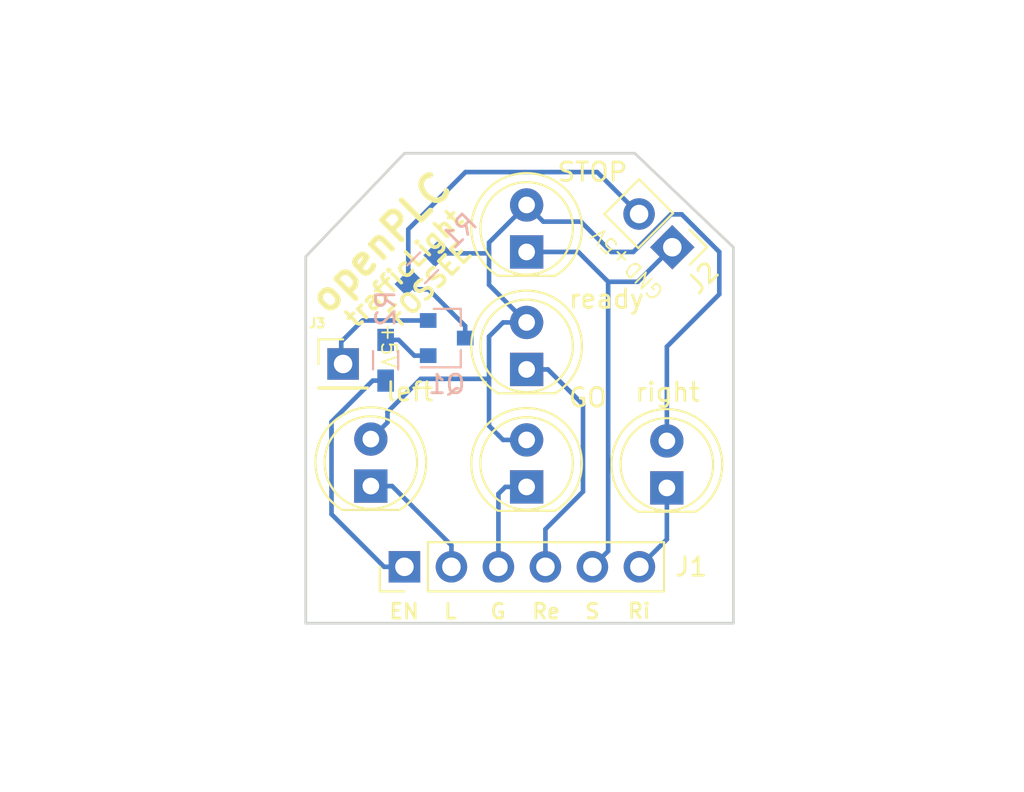
<source format=kicad_pcb>
(kicad_pcb (version 20171130) (host pcbnew 5.0.1)

  (general
    (thickness 1.6)
    (drawings 22)
    (tracks 73)
    (zones 0)
    (modules 11)
    (nets 11)
  )

  (page A4)
  (layers
    (0 F.Cu signal)
    (31 B.Cu signal)
    (32 B.Adhes user)
    (33 F.Adhes user)
    (34 B.Paste user)
    (35 F.Paste user)
    (36 B.SilkS user)
    (37 F.SilkS user)
    (38 B.Mask user)
    (39 F.Mask user)
    (40 Dwgs.User user)
    (41 Cmts.User user)
    (42 Eco1.User user)
    (43 Eco2.User user)
    (44 Edge.Cuts user)
    (45 Margin user)
    (46 B.CrtYd user hide)
    (47 F.CrtYd user hide)
    (48 B.Fab user hide)
    (49 F.Fab user hide)
  )

  (setup
    (last_trace_width 0.25)
    (trace_clearance 0.2)
    (zone_clearance 0.508)
    (zone_45_only no)
    (trace_min 0.2)
    (segment_width 0.2)
    (edge_width 0.15)
    (via_size 0.8)
    (via_drill 0.4)
    (via_min_size 0.4)
    (via_min_drill 0.3)
    (uvia_size 0.3)
    (uvia_drill 0.1)
    (uvias_allowed no)
    (uvia_min_size 0.2)
    (uvia_min_drill 0.1)
    (pcb_text_width 0.3)
    (pcb_text_size 1.5 1.5)
    (mod_edge_width 0.15)
    (mod_text_size 1 1)
    (mod_text_width 0.15)
    (pad_size 1.524 1.524)
    (pad_drill 0.762)
    (pad_to_mask_clearance 0.051)
    (solder_mask_min_width 0.25)
    (aux_axis_origin 0 0)
    (visible_elements FFFFFF7F)
    (pcbplotparams
      (layerselection 0x010fc_ffffffff)
      (usegerberextensions false)
      (usegerberattributes false)
      (usegerberadvancedattributes false)
      (creategerberjobfile false)
      (excludeedgelayer true)
      (linewidth 0.100000)
      (plotframeref false)
      (viasonmask false)
      (mode 1)
      (useauxorigin false)
      (hpglpennumber 1)
      (hpglpenspeed 20)
      (hpglpendiameter 15.000000)
      (psnegative false)
      (psa4output false)
      (plotreference true)
      (plotvalue true)
      (plotinvisibletext false)
      (padsonsilk false)
      (subtractmaskfromsilk false)
      (outputformat 1)
      (mirror false)
      (drillshape 0)
      (scaleselection 1)
      (outputdirectory "gerber/"))
  )

  (net 0 "")
  (net 1 "Net-(D1-Pad2)")
  (net 2 "Net-(D1-Pad1)")
  (net 3 "Net-(D2-Pad1)")
  (net 4 "Net-(D3-Pad1)")
  (net 5 "Net-(D4-Pad1)")
  (net 6 "Net-(D5-Pad1)")
  (net 7 +5C)
  (net 8 "Net-(J2-Pad2)")
  (net 9 "Net-(J1-Pad1)")
  (net 10 "Net-(Q1-Pad1)")

  (net_class Default "This is the default net class."
    (clearance 0.2)
    (trace_width 0.25)
    (via_dia 0.8)
    (via_drill 0.4)
    (uvia_dia 0.3)
    (uvia_drill 0.1)
    (add_net +5C)
    (add_net "Net-(D1-Pad1)")
    (add_net "Net-(D1-Pad2)")
    (add_net "Net-(D2-Pad1)")
    (add_net "Net-(D3-Pad1)")
    (add_net "Net-(D4-Pad1)")
    (add_net "Net-(D5-Pad1)")
    (add_net "Net-(J1-Pad1)")
    (add_net "Net-(J2-Pad2)")
    (add_net "Net-(Q1-Pad1)")
  )

  (module Resistors_SMD:R_0603_HandSoldering (layer B.Cu) (tedit 58E0A804) (tstamp 5C471230)
    (at 139.7 94.5 270)
    (descr "Resistor SMD 0603, hand soldering")
    (tags "resistor 0603")
    (path /5C48B1E4)
    (attr smd)
    (fp_text reference R2 (at -2.8 0 270) (layer B.SilkS)
      (effects (font (size 1 1) (thickness 0.15)) (justify mirror))
    )
    (fp_text value R (at 0 -1.55 270) (layer B.Fab)
      (effects (font (size 1 1) (thickness 0.15)) (justify mirror))
    )
    (fp_line (start 1.95 -0.7) (end -1.96 -0.7) (layer B.CrtYd) (width 0.05))
    (fp_line (start 1.95 -0.7) (end 1.95 0.7) (layer B.CrtYd) (width 0.05))
    (fp_line (start -1.96 0.7) (end -1.96 -0.7) (layer B.CrtYd) (width 0.05))
    (fp_line (start -1.96 0.7) (end 1.95 0.7) (layer B.CrtYd) (width 0.05))
    (fp_line (start -0.5 0.68) (end 0.5 0.68) (layer B.SilkS) (width 0.12))
    (fp_line (start 0.5 -0.68) (end -0.5 -0.68) (layer B.SilkS) (width 0.12))
    (fp_line (start -0.8 0.4) (end 0.8 0.4) (layer B.Fab) (width 0.1))
    (fp_line (start 0.8 0.4) (end 0.8 -0.4) (layer B.Fab) (width 0.1))
    (fp_line (start 0.8 -0.4) (end -0.8 -0.4) (layer B.Fab) (width 0.1))
    (fp_line (start -0.8 -0.4) (end -0.8 0.4) (layer B.Fab) (width 0.1))
    (fp_text user %R (at 0 0 270) (layer B.Fab)
      (effects (font (size 0.4 0.4) (thickness 0.075)) (justify mirror))
    )
    (pad 2 smd rect (at 1.1 0 270) (size 1.2 0.9) (layers B.Cu B.Paste B.Mask)
      (net 9 "Net-(J1-Pad1)"))
    (pad 1 smd rect (at -1.1 0 270) (size 1.2 0.9) (layers B.Cu B.Paste B.Mask)
      (net 10 "Net-(Q1-Pad1)"))
    (model ${KISYS3DMOD}/Resistors_SMD.3dshapes/R_0603.wrl
      (at (xyz 0 0 0))
      (scale (xyz 1 1 1))
      (rotate (xyz 0 0 0))
    )
  )

  (module Socket_Strips:Socket_Strip_Straight_1x01_Pitch2.54mm (layer F.Cu) (tedit 5C46F693) (tstamp 5C46FFB9)
    (at 137.4 94.7)
    (descr "Through hole straight socket strip, 1x01, 2.54mm pitch, single row")
    (tags "Through hole socket strip THT 1x01 2.54mm single row")
    (path /5C485FD5)
    (fp_text reference J3 (at -1.4 -2.2) (layer F.SilkS)
      (effects (font (size 0.5 0.5) (thickness 0.125)))
    )
    (fp_text value Conn_01x01_Male (at 0 2.33) (layer F.Fab)
      (effects (font (size 1 1) (thickness 0.15)))
    )
    (fp_text user %R (at 0 -2.33) (layer F.Fab)
      (effects (font (size 1 1) (thickness 0.15)))
    )
    (fp_line (start 1.8 -1.8) (end -1.8 -1.8) (layer F.CrtYd) (width 0.05))
    (fp_line (start 1.8 1.8) (end 1.8 -1.8) (layer F.CrtYd) (width 0.05))
    (fp_line (start -1.8 1.8) (end 1.8 1.8) (layer F.CrtYd) (width 0.05))
    (fp_line (start -1.8 -1.8) (end -1.8 1.8) (layer F.CrtYd) (width 0.05))
    (fp_line (start -1.33 -1.33) (end 0 -1.33) (layer F.SilkS) (width 0.12))
    (fp_line (start -1.33 0) (end -1.33 -1.33) (layer F.SilkS) (width 0.12))
    (fp_line (start 1.33 1.27) (end -1.33 1.27) (layer F.SilkS) (width 0.12))
    (fp_line (start 1.33 1.33) (end 1.33 1.27) (layer F.SilkS) (width 0.12))
    (fp_line (start -1.33 1.33) (end 1.33 1.33) (layer F.SilkS) (width 0.12))
    (fp_line (start -1.33 1.27) (end -1.33 1.33) (layer F.SilkS) (width 0.12))
    (fp_line (start 1.27 -1.27) (end -1.27 -1.27) (layer F.Fab) (width 0.1))
    (fp_line (start 1.27 1.27) (end 1.27 -1.27) (layer F.Fab) (width 0.1))
    (fp_line (start -1.27 1.27) (end 1.27 1.27) (layer F.Fab) (width 0.1))
    (fp_line (start -1.27 -1.27) (end -1.27 1.27) (layer F.Fab) (width 0.1))
    (pad 1 thru_hole rect (at 0 0) (size 1.7 1.7) (drill 1) (layers *.Cu *.Mask)
      (net 7 +5C))
    (model ${KISYS3DMOD}/Socket_Strips.3dshapes/Socket_Strip_Straight_1x01_Pitch2.54mm.wrl
      (at (xyz 0 0 0))
      (scale (xyz 1 1 1))
      (rotate (xyz 0 0 270))
    )
  )

  (module TO_SOT_Packages_SMD:SOT-23 (layer B.Cu) (tedit 5C46EEE3) (tstamp 5C46FA52)
    (at 143 93.3)
    (descr "SOT-23, Standard")
    (tags SOT-23)
    (path /5C485559)
    (attr smd)
    (fp_text reference Q1 (at 0 2.5) (layer B.SilkS)
      (effects (font (size 1 1) (thickness 0.15)) (justify mirror))
    )
    (fp_text value MMBT3906 (at 0 -2.5) (layer B.Fab)
      (effects (font (size 1 1) (thickness 0.15)) (justify mirror))
    )
    (fp_line (start 0.76 -1.58) (end -0.7 -1.58) (layer B.SilkS) (width 0.12))
    (fp_line (start 0.76 1.58) (end -1.4 1.58) (layer B.SilkS) (width 0.12))
    (fp_line (start -1.7 -1.75) (end -1.7 1.75) (layer B.CrtYd) (width 0.05))
    (fp_line (start 1.7 -1.75) (end -1.7 -1.75) (layer B.CrtYd) (width 0.05))
    (fp_line (start 1.7 1.75) (end 1.7 -1.75) (layer B.CrtYd) (width 0.05))
    (fp_line (start -1.7 1.75) (end 1.7 1.75) (layer B.CrtYd) (width 0.05))
    (fp_line (start 0.76 1.58) (end 0.76 0.65) (layer B.SilkS) (width 0.12))
    (fp_line (start 0.76 -1.58) (end 0.76 -0.65) (layer B.SilkS) (width 0.12))
    (fp_line (start -0.7 -1.52) (end 0.7 -1.52) (layer B.Fab) (width 0.1))
    (fp_line (start 0.7 1.52) (end 0.7 -1.52) (layer B.Fab) (width 0.1))
    (fp_line (start -0.7 0.95) (end -0.15 1.52) (layer B.Fab) (width 0.1))
    (fp_line (start -0.15 1.52) (end 0.7 1.52) (layer B.Fab) (width 0.1))
    (fp_line (start -0.7 0.95) (end -0.7 -1.5) (layer B.Fab) (width 0.1))
    (fp_text user %R (at 0 0 -90) (layer B.Fab)
      (effects (font (size 0.5 0.5) (thickness 0.075)) (justify mirror))
    )
    (pad 3 smd rect (at 1 0) (size 0.9 0.8) (layers B.Cu B.Paste B.Mask)
      (net 8 "Net-(J2-Pad2)"))
    (pad 2 smd rect (at -1 -0.95) (size 0.9 0.8) (layers B.Cu B.Paste B.Mask)
      (net 7 +5C))
    (pad 1 smd rect (at -1 0.95) (size 0.9 0.8) (layers B.Cu B.Paste B.Mask)
      (net 10 "Net-(Q1-Pad1)"))
    (model ${KISYS3DMOD}/TO_SOT_Packages_SMD.3dshapes/SOT-23.wrl
      (at (xyz 0 0 0))
      (scale (xyz 1 1 1))
      (rotate (xyz 0 0 0))
    )
  )

  (module Socket_Strips:Socket_Strip_Straight_1x02_Pitch2.54mm (layer F.Cu) (tedit 58CD5446) (tstamp 5C3D0902)
    (at 155.194 88.392 225)
    (descr "Through hole straight socket strip, 1x02, 2.54mm pitch, single row")
    (tags "Through hole socket strip THT 1x02 2.54mm single row")
    (path /5C3CB942)
    (fp_text reference J2 (at 0 -2.33 225) (layer F.SilkS)
      (effects (font (size 1 1) (thickness 0.15)))
    )
    (fp_text value Conn_01x02_Male (at 0 4.87 225) (layer F.Fab)
      (effects (font (size 1 1) (thickness 0.15)))
    )
    (fp_text user %R (at 0 -2.33 225) (layer F.Fab)
      (effects (font (size 1 1) (thickness 0.15)))
    )
    (fp_line (start 1.8 -1.8) (end -1.8 -1.8) (layer F.CrtYd) (width 0.05))
    (fp_line (start 1.8 4.35) (end 1.8 -1.8) (layer F.CrtYd) (width 0.05))
    (fp_line (start -1.8 4.35) (end 1.8 4.35) (layer F.CrtYd) (width 0.05))
    (fp_line (start -1.8 -1.8) (end -1.8 4.35) (layer F.CrtYd) (width 0.05))
    (fp_line (start -1.33 -1.33) (end 0 -1.33) (layer F.SilkS) (width 0.12))
    (fp_line (start -1.33 0) (end -1.33 -1.33) (layer F.SilkS) (width 0.12))
    (fp_line (start 1.33 1.27) (end -1.33 1.27) (layer F.SilkS) (width 0.12))
    (fp_line (start 1.33 3.87) (end 1.33 1.27) (layer F.SilkS) (width 0.12))
    (fp_line (start -1.33 3.87) (end 1.33 3.87) (layer F.SilkS) (width 0.12))
    (fp_line (start -1.33 1.27) (end -1.33 3.87) (layer F.SilkS) (width 0.12))
    (fp_line (start 1.27 -1.27) (end -1.27 -1.27) (layer F.Fab) (width 0.1))
    (fp_line (start 1.27 3.81) (end 1.27 -1.27) (layer F.Fab) (width 0.1))
    (fp_line (start -1.27 3.81) (end 1.27 3.81) (layer F.Fab) (width 0.1))
    (fp_line (start -1.27 -1.27) (end -1.27 3.81) (layer F.Fab) (width 0.1))
    (pad 2 thru_hole oval (at 0 2.54 225) (size 1.7 1.7) (drill 1) (layers *.Cu *.Mask)
      (net 8 "Net-(J2-Pad2)"))
    (pad 1 thru_hole rect (at 0 0 225) (size 1.7 1.7) (drill 1) (layers *.Cu *.Mask)
      (net 6 "Net-(D5-Pad1)"))
    (model ${KISYS3DMOD}/Socket_Strips.3dshapes/Socket_Strip_Straight_1x02_Pitch2.54mm.wrl
      (offset (xyz 0 -1.269999980926514 0))
      (scale (xyz 1 1 1))
      (rotate (xyz 0 0 270))
    )
  )

  (module LEDs:LED_D5.0mm (layer F.Cu) (tedit 5C3C664C) (tstamp 5C3D104C)
    (at 147.32 88.646 90)
    (descr "LED, diameter 5.0mm, 2 pins, http://cdn-reichelt.de/documents/datenblatt/A500/LL-504BC2E-009.pdf")
    (tags "LED diameter 5.0mm 2 pins")
    (path /5C2C2A10)
    (fp_text reference D5 (at 3.671 4.255 180) (layer F.Fab)
      (effects (font (size 1 1) (thickness 0.15)))
    )
    (fp_text value STOP (at 4.318 3.556 180) (layer F.SilkS)
      (effects (font (size 1 1) (thickness 0.15)))
    )
    (fp_text user %R (at 1.25 0 90) (layer F.Fab)
      (effects (font (size 0.8 0.8) (thickness 0.2)))
    )
    (fp_line (start 4.5 -3.25) (end -1.95 -3.25) (layer F.CrtYd) (width 0.05))
    (fp_line (start 4.5 3.25) (end 4.5 -3.25) (layer F.CrtYd) (width 0.05))
    (fp_line (start -1.95 3.25) (end 4.5 3.25) (layer F.CrtYd) (width 0.05))
    (fp_line (start -1.95 -3.25) (end -1.95 3.25) (layer F.CrtYd) (width 0.05))
    (fp_line (start -1.29 -1.545) (end -1.29 1.545) (layer F.SilkS) (width 0.12))
    (fp_line (start -1.23 -1.469694) (end -1.23 1.469694) (layer F.Fab) (width 0.1))
    (fp_circle (center 1.27 0) (end 3.77 0) (layer F.SilkS) (width 0.12))
    (fp_circle (center 1.27 0) (end 3.77 0) (layer F.Fab) (width 0.1))
    (fp_arc (start 1.27 0) (end -1.29 1.54483) (angle -148.9) (layer F.SilkS) (width 0.12))
    (fp_arc (start 1.27 0) (end -1.29 -1.54483) (angle 148.9) (layer F.SilkS) (width 0.12))
    (fp_arc (start 1.27 0) (end -1.23 -1.469694) (angle 299.1) (layer F.Fab) (width 0.1))
    (pad 2 thru_hole circle (at 2.54 0 90) (size 1.8 1.8) (drill 0.9) (layers *.Cu *.Mask)
      (net 1 "Net-(D1-Pad2)"))
    (pad 1 thru_hole rect (at 0 0 90) (size 1.8 1.8) (drill 0.9) (layers *.Cu *.Mask)
      (net 6 "Net-(D5-Pad1)"))
    (model ${KISYS3DMOD}/LEDs.3dshapes/LED_D5.0mm.wrl
      (at (xyz 0 0 0))
      (scale (xyz 0.393701 0.393701 0.393701))
      (rotate (xyz 0 0 0))
    )
  )

  (module LEDs:LED_D5.0mm (layer F.Cu) (tedit 5C3C6640) (tstamp 5C32ED25)
    (at 147.32 94.996 90)
    (descr "LED, diameter 5.0mm, 2 pins, http://cdn-reichelt.de/documents/datenblatt/A500/LL-504BC2E-009.pdf")
    (tags "LED diameter 5.0mm 2 pins")
    (path /5C2C2A6F)
    (fp_text reference D4 (at 2.471 -4.22 180) (layer F.Fab)
      (effects (font (size 1 1) (thickness 0.15)))
    )
    (fp_text value ready (at 3.81 4.318 180) (layer F.SilkS)
      (effects (font (size 1 1) (thickness 0.15)))
    )
    (fp_arc (start 1.27 0) (end -1.23 -1.469694) (angle 299.1) (layer F.Fab) (width 0.1))
    (fp_arc (start 1.27 0) (end -1.29 -1.54483) (angle 148.9) (layer F.SilkS) (width 0.12))
    (fp_arc (start 1.27 0) (end -1.29 1.54483) (angle -148.9) (layer F.SilkS) (width 0.12))
    (fp_circle (center 1.27 0) (end 3.77 0) (layer F.Fab) (width 0.1))
    (fp_circle (center 1.27 0) (end 3.77 0) (layer F.SilkS) (width 0.12))
    (fp_line (start -1.23 -1.469694) (end -1.23 1.469694) (layer F.Fab) (width 0.1))
    (fp_line (start -1.29 -1.545) (end -1.29 1.545) (layer F.SilkS) (width 0.12))
    (fp_line (start -1.95 -3.25) (end -1.95 3.25) (layer F.CrtYd) (width 0.05))
    (fp_line (start -1.95 3.25) (end 4.5 3.25) (layer F.CrtYd) (width 0.05))
    (fp_line (start 4.5 3.25) (end 4.5 -3.25) (layer F.CrtYd) (width 0.05))
    (fp_line (start 4.5 -3.25) (end -1.95 -3.25) (layer F.CrtYd) (width 0.05))
    (fp_text user %R (at 1.25 0 90) (layer F.Fab)
      (effects (font (size 0.8 0.8) (thickness 0.2)))
    )
    (pad 1 thru_hole rect (at 0 0 90) (size 1.8 1.8) (drill 0.9) (layers *.Cu *.Mask)
      (net 5 "Net-(D4-Pad1)"))
    (pad 2 thru_hole circle (at 2.54 0 90) (size 1.8 1.8) (drill 0.9) (layers *.Cu *.Mask)
      (net 1 "Net-(D1-Pad2)"))
    (model ${KISYS3DMOD}/LEDs.3dshapes/LED_D5.0mm.wrl
      (at (xyz 0 0 0))
      (scale (xyz 0.393701 0.393701 0.393701))
      (rotate (xyz 0 0 0))
    )
  )

  (module LEDs:LED_D5.0mm (layer F.Cu) (tedit 5C3C6634) (tstamp 5C32EF6F)
    (at 154.9 101.4 90)
    (descr "LED, diameter 5.0mm, 2 pins, http://cdn-reichelt.de/documents/datenblatt/A500/LL-504BC2E-009.pdf")
    (tags "LED diameter 5.0mm 2 pins")
    (path /5C2C2AD6)
    (fp_text reference D3 (at 5.175 -2.075 180) (layer F.Fab)
      (effects (font (size 1 1) (thickness 0.15)))
    )
    (fp_text value right (at 5.175 0.04 180) (layer F.SilkS)
      (effects (font (size 1 1) (thickness 0.15)))
    )
    (fp_text user %R (at 1.25 0 90) (layer F.Fab)
      (effects (font (size 0.8 0.8) (thickness 0.2)))
    )
    (fp_line (start 4.5 -3.25) (end -1.95 -3.25) (layer F.CrtYd) (width 0.05))
    (fp_line (start 4.5 3.25) (end 4.5 -3.25) (layer F.CrtYd) (width 0.05))
    (fp_line (start -1.95 3.25) (end 4.5 3.25) (layer F.CrtYd) (width 0.05))
    (fp_line (start -1.95 -3.25) (end -1.95 3.25) (layer F.CrtYd) (width 0.05))
    (fp_line (start -1.29 -1.545) (end -1.29 1.545) (layer F.SilkS) (width 0.12))
    (fp_line (start -1.23 -1.469694) (end -1.23 1.469694) (layer F.Fab) (width 0.1))
    (fp_circle (center 1.27 0) (end 3.77 0) (layer F.SilkS) (width 0.12))
    (fp_circle (center 1.27 0) (end 3.77 0) (layer F.Fab) (width 0.1))
    (fp_arc (start 1.27 0) (end -1.29 1.54483) (angle -148.9) (layer F.SilkS) (width 0.12))
    (fp_arc (start 1.27 0) (end -1.29 -1.54483) (angle 148.9) (layer F.SilkS) (width 0.12))
    (fp_arc (start 1.27 0) (end -1.23 -1.469694) (angle 299.1) (layer F.Fab) (width 0.1))
    (pad 2 thru_hole circle (at 2.54 0 90) (size 1.8 1.8) (drill 0.9) (layers *.Cu *.Mask)
      (net 1 "Net-(D1-Pad2)"))
    (pad 1 thru_hole rect (at 0 0 90) (size 1.8 1.8) (drill 0.9) (layers *.Cu *.Mask)
      (net 4 "Net-(D3-Pad1)"))
    (model ${KISYS3DMOD}/LEDs.3dshapes/LED_D5.0mm.wrl
      (at (xyz 0 0 0))
      (scale (xyz 0.393701 0.393701 0.393701))
      (rotate (xyz 0 0 0))
    )
  )

  (module LEDs:LED_D5.0mm (layer F.Cu) (tedit 5C3C6639) (tstamp 5C3D110D)
    (at 147.32 101.346 90)
    (descr "LED, diameter 5.0mm, 2 pins, http://cdn-reichelt.de/documents/datenblatt/A500/LL-504BC2E-009.pdf")
    (tags "LED diameter 5.0mm 2 pins")
    (path /5C2C2A3E)
    (fp_text reference D2 (at 1.27 -4.22 180) (layer F.Fab)
      (effects (font (size 1 1) (thickness 0.15)))
    )
    (fp_text value GO (at 4.826 3.302 180) (layer F.SilkS)
      (effects (font (size 1 1) (thickness 0.15)))
    )
    (fp_arc (start 1.27 0) (end -1.23 -1.469694) (angle 299.1) (layer F.Fab) (width 0.1))
    (fp_arc (start 1.27 0) (end -1.29 -1.54483) (angle 148.9) (layer F.SilkS) (width 0.12))
    (fp_arc (start 1.27 0) (end -1.29 1.54483) (angle -148.9) (layer F.SilkS) (width 0.12))
    (fp_circle (center 1.27 0) (end 3.77 0) (layer F.Fab) (width 0.1))
    (fp_circle (center 1.27 0) (end 3.77 0) (layer F.SilkS) (width 0.12))
    (fp_line (start -1.23 -1.469694) (end -1.23 1.469694) (layer F.Fab) (width 0.1))
    (fp_line (start -1.29 -1.545) (end -1.29 1.545) (layer F.SilkS) (width 0.12))
    (fp_line (start -1.95 -3.25) (end -1.95 3.25) (layer F.CrtYd) (width 0.05))
    (fp_line (start -1.95 3.25) (end 4.5 3.25) (layer F.CrtYd) (width 0.05))
    (fp_line (start 4.5 3.25) (end 4.5 -3.25) (layer F.CrtYd) (width 0.05))
    (fp_line (start 4.5 -3.25) (end -1.95 -3.25) (layer F.CrtYd) (width 0.05))
    (fp_text user %R (at 1.25 0 90) (layer F.Fab)
      (effects (font (size 0.8 0.8) (thickness 0.2)))
    )
    (pad 1 thru_hole rect (at 0 0 90) (size 1.8 1.8) (drill 0.9) (layers *.Cu *.Mask)
      (net 3 "Net-(D2-Pad1)"))
    (pad 2 thru_hole circle (at 2.54 0 90) (size 1.8 1.8) (drill 0.9) (layers *.Cu *.Mask)
      (net 1 "Net-(D1-Pad2)"))
    (model ${KISYS3DMOD}/LEDs.3dshapes/LED_D5.0mm.wrl
      (at (xyz 0 0 0))
      (scale (xyz 0.393701 0.393701 0.393701))
      (rotate (xyz 0 0 0))
    )
  )

  (module LEDs:LED_D5.0mm (layer F.Cu) (tedit 5C3C662F) (tstamp 5C32F0B0)
    (at 138.9 101.3 90)
    (descr "LED, diameter 5.0mm, 2 pins, http://cdn-reichelt.de/documents/datenblatt/A500/LL-504BC2E-009.pdf")
    (tags "LED diameter 5.0mm 2 pins")
    (path /5C2C2999)
    (fp_text reference D1 (at 5.125 -2.15 180) (layer F.Fab)
      (effects (font (size 1 1) (thickness 0.15)))
    )
    (fp_text value left (at 5.1 2.1 180) (layer F.SilkS)
      (effects (font (size 1 1) (thickness 0.15)))
    )
    (fp_text user %R (at 1.25 0 90) (layer F.Fab)
      (effects (font (size 0.8 0.8) (thickness 0.2)))
    )
    (fp_line (start 4.5 -3.25) (end -1.95 -3.25) (layer F.CrtYd) (width 0.05))
    (fp_line (start 4.5 3.25) (end 4.5 -3.25) (layer F.CrtYd) (width 0.05))
    (fp_line (start -1.95 3.25) (end 4.5 3.25) (layer F.CrtYd) (width 0.05))
    (fp_line (start -1.95 -3.25) (end -1.95 3.25) (layer F.CrtYd) (width 0.05))
    (fp_line (start -1.29 -1.545) (end -1.29 1.545) (layer F.SilkS) (width 0.12))
    (fp_line (start -1.23 -1.469694) (end -1.23 1.469694) (layer F.Fab) (width 0.1))
    (fp_circle (center 1.27 0) (end 3.77 0) (layer F.SilkS) (width 0.12))
    (fp_circle (center 1.27 0) (end 3.77 0) (layer F.Fab) (width 0.1))
    (fp_arc (start 1.27 0) (end -1.29 1.54483) (angle -148.9) (layer F.SilkS) (width 0.12))
    (fp_arc (start 1.27 0) (end -1.29 -1.54483) (angle 148.9) (layer F.SilkS) (width 0.12))
    (fp_arc (start 1.27 0) (end -1.23 -1.469694) (angle 299.1) (layer F.Fab) (width 0.1))
    (pad 2 thru_hole circle (at 2.54 0 90) (size 1.8 1.8) (drill 0.9) (layers *.Cu *.Mask)
      (net 1 "Net-(D1-Pad2)"))
    (pad 1 thru_hole rect (at 0 0 90) (size 1.8 1.8) (drill 0.9) (layers *.Cu *.Mask)
      (net 2 "Net-(D1-Pad1)"))
    (model ${KISYS3DMOD}/LEDs.3dshapes/LED_D5.0mm.wrl
      (at (xyz 0 0 0))
      (scale (xyz 0.393701 0.393701 0.393701))
      (rotate (xyz 0 0 0))
    )
  )

  (module Socket_Strips:Socket_Strip_Straight_1x06_Pitch2.54mm (layer F.Cu) (tedit 58CD5446) (tstamp 5C2CAD23)
    (at 140.716 105.664 90)
    (descr "Through hole straight socket strip, 1x06, 2.54mm pitch, single row")
    (tags "Through hole socket strip THT 1x06 2.54mm single row")
    (path /5C2C6811)
    (fp_text reference J1 (at 0 15.494 180) (layer F.SilkS)
      (effects (font (size 1 1) (thickness 0.15)))
    )
    (fp_text value Conn_01x06_Male (at -4.064 6.096 180) (layer F.Fab)
      (effects (font (size 1 1) (thickness 0.15)))
    )
    (fp_text user %R (at 0 -2.33 90) (layer F.Fab)
      (effects (font (size 1 1) (thickness 0.15)))
    )
    (fp_line (start 1.8 -1.8) (end -1.8 -1.8) (layer F.CrtYd) (width 0.05))
    (fp_line (start 1.8 14.5) (end 1.8 -1.8) (layer F.CrtYd) (width 0.05))
    (fp_line (start -1.8 14.5) (end 1.8 14.5) (layer F.CrtYd) (width 0.05))
    (fp_line (start -1.8 -1.8) (end -1.8 14.5) (layer F.CrtYd) (width 0.05))
    (fp_line (start -1.33 -1.33) (end 0 -1.33) (layer F.SilkS) (width 0.12))
    (fp_line (start -1.33 0) (end -1.33 -1.33) (layer F.SilkS) (width 0.12))
    (fp_line (start 1.33 1.27) (end -1.33 1.27) (layer F.SilkS) (width 0.12))
    (fp_line (start 1.33 14.03) (end 1.33 1.27) (layer F.SilkS) (width 0.12))
    (fp_line (start -1.33 14.03) (end 1.33 14.03) (layer F.SilkS) (width 0.12))
    (fp_line (start -1.33 1.27) (end -1.33 14.03) (layer F.SilkS) (width 0.12))
    (fp_line (start 1.27 -1.27) (end -1.27 -1.27) (layer F.Fab) (width 0.1))
    (fp_line (start 1.27 13.97) (end 1.27 -1.27) (layer F.Fab) (width 0.1))
    (fp_line (start -1.27 13.97) (end 1.27 13.97) (layer F.Fab) (width 0.1))
    (fp_line (start -1.27 -1.27) (end -1.27 13.97) (layer F.Fab) (width 0.1))
    (pad 6 thru_hole oval (at 0 12.7 90) (size 1.7 1.7) (drill 1) (layers *.Cu *.Mask)
      (net 4 "Net-(D3-Pad1)"))
    (pad 5 thru_hole oval (at 0 10.16 90) (size 1.7 1.7) (drill 1) (layers *.Cu *.Mask)
      (net 6 "Net-(D5-Pad1)"))
    (pad 4 thru_hole oval (at 0 7.62 90) (size 1.7 1.7) (drill 1) (layers *.Cu *.Mask)
      (net 5 "Net-(D4-Pad1)"))
    (pad 3 thru_hole oval (at 0 5.08 90) (size 1.7 1.7) (drill 1) (layers *.Cu *.Mask)
      (net 3 "Net-(D2-Pad1)"))
    (pad 2 thru_hole oval (at 0 2.54 90) (size 1.7 1.7) (drill 1) (layers *.Cu *.Mask)
      (net 2 "Net-(D1-Pad1)"))
    (pad 1 thru_hole rect (at 0 0 90) (size 1.7 1.7) (drill 1) (layers *.Cu *.Mask)
      (net 9 "Net-(J1-Pad1)"))
    (model ${KISYS3DMOD}/Socket_Strips.3dshapes/Socket_Strip_Straight_1x06_Pitch2.54mm.wrl
      (offset (xyz 0 -6.349999904632568 0))
      (scale (xyz 1 1 1))
      (rotate (xyz 0 0 270))
    )
  )

  (module Resistors_SMD:R_0603_HandSoldering (layer B.Cu) (tedit 58E0A804) (tstamp 5C2CA939)
    (at 141.7 89.5 225)
    (descr "Resistor SMD 0603, hand soldering")
    (tags "resistor 0603")
    (path /5C2C3B8D)
    (attr smd)
    (fp_text reference R1 (at -2.828427 0 225) (layer B.SilkS)
      (effects (font (size 1 1) (thickness 0.15)) (justify mirror))
    )
    (fp_text value R (at 0 -1.550001 225) (layer B.Fab)
      (effects (font (size 1 1) (thickness 0.15)) (justify mirror))
    )
    (fp_line (start 1.95 -0.7) (end -1.96 -0.7) (layer B.CrtYd) (width 0.05))
    (fp_line (start 1.95 -0.7) (end 1.95 0.7) (layer B.CrtYd) (width 0.05))
    (fp_line (start -1.96 0.7) (end -1.96 -0.7) (layer B.CrtYd) (width 0.05))
    (fp_line (start -1.96 0.7) (end 1.95 0.7) (layer B.CrtYd) (width 0.05))
    (fp_line (start -0.5 0.68) (end 0.5 0.68) (layer B.SilkS) (width 0.12))
    (fp_line (start 0.5 -0.68) (end -0.5 -0.68) (layer B.SilkS) (width 0.12))
    (fp_line (start -0.8 0.4) (end 0.8 0.4) (layer B.Fab) (width 0.1))
    (fp_line (start 0.8 0.4) (end 0.8 -0.4) (layer B.Fab) (width 0.1))
    (fp_line (start 0.8 -0.4) (end -0.8 -0.4) (layer B.Fab) (width 0.1))
    (fp_line (start -0.8 -0.4) (end -0.8 0.4) (layer B.Fab) (width 0.1))
    (fp_text user %R (at 0 0 225) (layer B.Fab)
      (effects (font (size 0.4 0.4) (thickness 0.075)) (justify mirror))
    )
    (pad 2 smd rect (at 1.099999 0 225) (size 1.2 0.9) (layers B.Cu B.Paste B.Mask)
      (net 8 "Net-(J2-Pad2)"))
    (pad 1 smd rect (at -1.099999 0 225) (size 1.2 0.9) (layers B.Cu B.Paste B.Mask)
      (net 1 "Net-(D1-Pad2)"))
    (model ${KISYS3DMOD}/Resistors_SMD.3dshapes/R_0603.wrl
      (at (xyz 0 0 0))
      (scale (xyz 1 1 1))
      (rotate (xyz 0 0 0))
    )
  )

  (gr_text +5V (at 139.870711 93.716339 270) (layer F.SilkS) (tstamp 5C4701EB)
    (effects (font (size 0.8 0.8) (thickness 0.1)))
  )
  (gr_text GND (at 153.67 90.17 135) (layer F.SilkS)
    (effects (font (size 0.8 0.8) (thickness 0.1)))
  )
  (gr_text +5V (at 151.892 88.392 135) (layer F.SilkS)
    (effects (font (size 0.8 0.8) (thickness 0.1)))
  )
  (dimension 12.446 (width 0.3) (layer Margin)
    (gr_text "12.446 mm" (at 146.939 76.132) (layer Margin)
      (effects (font (size 1.5 1.5) (thickness 0.3)))
    )
    (feature1 (pts (xy 153.162 83.312) (xy 153.162 77.645579)))
    (feature2 (pts (xy 140.716 83.312) (xy 140.716 77.645579)))
    (crossbar (pts (xy 140.716 78.232) (xy 153.162 78.232)))
    (arrow1a (pts (xy 153.162 78.232) (xy 152.035496 78.818421)))
    (arrow1b (pts (xy 153.162 78.232) (xy 152.035496 77.645579)))
    (arrow2a (pts (xy 140.716 78.232) (xy 141.842504 78.818421)))
    (arrow2b (pts (xy 140.716 78.232) (xy 141.842504 77.645579)))
  )
  (dimension 19.812 (width 0.3) (layer Margin)
    (gr_text "19.812 mm" (at 124.392 98.806 270) (layer Margin)
      (effects (font (size 1.5 1.5) (thickness 0.3)))
    )
    (feature1 (pts (xy 135.382 108.712) (xy 125.905579 108.712)))
    (feature2 (pts (xy 135.382 88.9) (xy 125.905579 88.9)))
    (crossbar (pts (xy 126.492 88.9) (xy 126.492 108.712)))
    (arrow1a (pts (xy 126.492 108.712) (xy 125.905579 107.585496)))
    (arrow1b (pts (xy 126.492 108.712) (xy 127.078421 107.585496)))
    (arrow2a (pts (xy 126.492 88.9) (xy 125.905579 90.026504)))
    (arrow2b (pts (xy 126.492 88.9) (xy 127.078421 90.026504)))
  )
  (dimension 7.725108 (width 0.3) (layer Margin)
    (gr_text "7.725 mm" (at 133.080496 81.363338 46.33221985) (layer Margin)
      (effects (font (size 1.5 1.5) (thickness 0.3)))
    )
    (feature1 (pts (xy 140.716 83.312) (xy 136.842352 79.614427)))
    (feature2 (pts (xy 135.382 88.9) (xy 131.508352 85.202427)))
    (crossbar (pts (xy 131.932543 85.607337) (xy 137.266543 80.019337)))
    (arrow1a (pts (xy 137.266543 80.019337) (xy 136.91291 81.239109)))
    (arrow1b (pts (xy 137.266543 80.019337) (xy 136.064529 80.42929)))
    (arrow2a (pts (xy 131.932543 85.607337) (xy 133.134557 85.197384)))
    (arrow2b (pts (xy 131.932543 85.607337) (xy 132.286176 84.387565)))
  )
  (dimension 23.114 (width 0.3) (layer Margin)
    (gr_text "23.114 mm" (at 146.939 119.194) (layer Margin)
      (effects (font (size 1.5 1.5) (thickness 0.3)))
    )
    (feature1 (pts (xy 158.496 108.712) (xy 158.496 117.680421)))
    (feature2 (pts (xy 135.382 108.712) (xy 135.382 117.680421)))
    (crossbar (pts (xy 135.382 117.094) (xy 158.496 117.094)))
    (arrow1a (pts (xy 158.496 117.094) (xy 157.369496 117.680421)))
    (arrow1b (pts (xy 158.496 117.094) (xy 157.369496 116.507579)))
    (arrow2a (pts (xy 135.382 117.094) (xy 136.508504 117.680421)))
    (arrow2b (pts (xy 135.382 117.094) (xy 136.508504 116.507579)))
  )
  (dimension 25.4 (width 0.3) (layer Margin)
    (gr_text "25.400 mm" (at 172.28 96.012 270) (layer Margin)
      (effects (font (size 1.5 1.5) (thickness 0.3)))
    )
    (feature1 (pts (xy 153.162 108.712) (xy 170.766421 108.712)))
    (feature2 (pts (xy 153.162 83.312) (xy 170.766421 83.312)))
    (crossbar (pts (xy 170.18 83.312) (xy 170.18 108.712)))
    (arrow1a (pts (xy 170.18 108.712) (xy 169.593579 107.585496)))
    (arrow1b (pts (xy 170.18 108.712) (xy 170.766421 107.585496)))
    (arrow2a (pts (xy 170.18 83.312) (xy 169.593579 84.438504)))
    (arrow2b (pts (xy 170.18 83.312) (xy 170.766421 84.438504)))
  )
  (gr_text "trafficLight\n FOSSEE" (at 141.25 90.1 45) (layer F.SilkS)
    (effects (font (size 1 1) (thickness 0.2)))
  )
  (gr_text "openPLC\n\n" (at 140.275 89 45) (layer F.SilkS) (tstamp 5C4715E0)
    (effects (font (size 1.5 1.5) (thickness 0.3)))
  )
  (gr_text Re (at 148.375 108.075) (layer F.SilkS)
    (effects (font (size 0.8 0.8) (thickness 0.15)))
  )
  (gr_text S (at 150.875 108.075) (layer F.SilkS)
    (effects (font (size 0.8 0.8) (thickness 0.15)))
  )
  (gr_text Ri (at 153.4 108.05) (layer F.SilkS)
    (effects (font (size 0.8 0.8) (thickness 0.15)))
  )
  (gr_text G (at 145.775 108.075) (layer F.SilkS)
    (effects (font (size 0.8 0.8) (thickness 0.15)))
  )
  (gr_text L (at 143.2 108.075) (layer F.SilkS)
    (effects (font (size 0.8 0.8) (thickness 0.15)))
  )
  (gr_text EN (at 140.7 108.075) (layer F.SilkS) (tstamp 5C471301)
    (effects (font (size 0.8 0.8) (thickness 0.15)))
  )
  (gr_line (start 158.496 88.392) (end 158.496 108.712) (layer Edge.Cuts) (width 0.15))
  (gr_line (start 153.162 83.312) (end 158.496 88.392) (layer Edge.Cuts) (width 0.15) (tstamp 5C2B6D24))
  (gr_line (start 140.716 83.312) (end 153.162 83.312) (layer Edge.Cuts) (width 0.15) (tstamp 5C2B6D1C))
  (gr_line (start 135.382 88.9) (end 140.716 83.312) (layer Edge.Cuts) (width 0.15) (tstamp 5C2B6956))
  (gr_line (start 135.382 108.712) (end 135.382 88.9) (layer Edge.Cuts) (width 0.15))
  (gr_line (start 158.496 108.712) (end 135.382 108.712) (layer Edge.Cuts) (width 0.15))

  (segment (start 147.32 86.106) (end 145.288 88.138) (width 0.25) (layer B.Cu) (net 1) (status 10))
  (segment (start 145.288 90.424) (end 147.32 92.456) (width 0.25) (layer B.Cu) (net 1) (status 20))
  (segment (start 147.32 92.456) (end 146.047208 92.456) (width 0.25) (layer B.Cu) (net 1) (status 10))
  (segment (start 146.047208 92.456) (end 145.288 93.215208) (width 0.25) (layer B.Cu) (net 1))
  (segment (start 145.796 98.554792) (end 145.796 98.552) (width 0.25) (layer B.Cu) (net 1))
  (segment (start 146.047208 98.806) (end 145.796 98.554792) (width 0.25) (layer B.Cu) (net 1))
  (segment (start 147.32 98.806) (end 146.047208 98.806) (width 0.25) (layer B.Cu) (net 1) (status 10))
  (segment (start 145.288 98.044) (end 145.796 98.552) (width 0.25) (layer B.Cu) (net 1))
  (segment (start 145.288 93.215208) (end 145.288 95.504) (width 0.25) (layer B.Cu) (net 1))
  (segment (start 145.288 95.504) (end 145.288 98.044) (width 0.25) (layer B.Cu) (net 1))
  (segment (start 145.288 88.9) (end 145.288 90.424) (width 0.25) (layer B.Cu) (net 1))
  (segment (start 139.799999 97.860001) (end 139.799999 97.300001) (width 0.25) (layer B.Cu) (net 1))
  (segment (start 138.9 98.76) (end 139.799999 97.860001) (width 0.25) (layer B.Cu) (net 1))
  (segment (start 141.596 95.504) (end 145.288 95.504) (width 0.25) (layer B.Cu) (net 1))
  (segment (start 139.799999 97.300001) (end 141.596 95.504) (width 0.25) (layer B.Cu) (net 1))
  (segment (start 148.219999 87.005999) (end 150.251999 87.005999) (width 0.25) (layer B.Cu) (net 1))
  (segment (start 147.32 86.106) (end 148.219999 87.005999) (width 0.25) (layer B.Cu) (net 1))
  (segment (start 150.251999 87.005999) (end 151.892 88.646) (width 0.25) (layer B.Cu) (net 1))
  (segment (start 153.0869 88.646) (end 155.1189 86.614) (width 0.25) (layer B.Cu) (net 1))
  (segment (start 151.892 88.646) (end 153.0869 88.646) (width 0.25) (layer B.Cu) (net 1))
  (segment (start 155.1189 86.614) (end 155.702 86.614) (width 0.25) (layer B.Cu) (net 1))
  (segment (start 155.702 86.614) (end 157.734 88.646) (width 0.25) (layer B.Cu) (net 1))
  (segment (start 157.734 88.646) (end 157.734 90.932) (width 0.25) (layer B.Cu) (net 1))
  (segment (start 154.9 93.766) (end 154.9 94.488) (width 0.25) (layer B.Cu) (net 1))
  (segment (start 157.734 90.932) (end 154.9 93.766) (width 0.25) (layer B.Cu) (net 1))
  (segment (start 154.9 94.488) (end 154.9 98.86) (width 0.25) (layer B.Cu) (net 1))
  (segment (start 145.265817 88.722183) (end 145.288 88.7) (width 0.25) (layer B.Cu) (net 1))
  (segment (start 142.477817 88.722183) (end 145.265817 88.722183) (width 0.25) (layer B.Cu) (net 1))
  (segment (start 145.288 88.138) (end 145.288 88.7) (width 0.25) (layer B.Cu) (net 1))
  (segment (start 145.288 88.7) (end 145.288 88.9) (width 0.25) (layer B.Cu) (net 1))
  (segment (start 143.256 104.506) (end 143.256 105.664) (width 0.25) (layer B.Cu) (net 2))
  (segment (start 140.05 101.3) (end 143.256 104.506) (width 0.25) (layer B.Cu) (net 2))
  (segment (start 138.9 101.3) (end 140.05 101.3) (width 0.25) (layer B.Cu) (net 2))
  (segment (start 145.796 101.72) (end 145.796 104.461919) (width 0.25) (layer B.Cu) (net 3))
  (segment (start 146.17 101.346) (end 145.796 101.72) (width 0.25) (layer B.Cu) (net 3))
  (segment (start 147.32 101.346) (end 146.17 101.346) (width 0.25) (layer B.Cu) (net 3) (status 10))
  (segment (start 145.796 104.461919) (end 145.796 105.664) (width 0.25) (layer B.Cu) (net 3) (status 20))
  (segment (start 154.9 104.18) (end 153.416 105.664) (width 0.25) (layer B.Cu) (net 4))
  (segment (start 154.9 101.4) (end 154.9 104.18) (width 0.25) (layer B.Cu) (net 4))
  (segment (start 148.47 94.996) (end 150.368 96.894) (width 0.25) (layer B.Cu) (net 5))
  (segment (start 147.32 94.996) (end 148.47 94.996) (width 0.25) (layer B.Cu) (net 5) (status 10))
  (segment (start 150.368 96.894) (end 150.368 101.6) (width 0.25) (layer B.Cu) (net 5))
  (segment (start 150.368 101.6) (end 148.336 103.632) (width 0.25) (layer B.Cu) (net 5))
  (segment (start 148.336 103.632) (end 148.336 105.664) (width 0.25) (layer B.Cu) (net 5) (status 20))
  (segment (start 150.114 88.646) (end 147.32 88.646) (width 0.25) (layer B.Cu) (net 6) (status 20))
  (segment (start 151.725999 90.257999) (end 150.114 88.646) (width 0.25) (layer B.Cu) (net 6))
  (segment (start 151.725999 104.814001) (end 151.725999 90.257999) (width 0.25) (layer B.Cu) (net 6) (tstamp 5C3D1888) (status 10))
  (segment (start 150.876 105.664) (end 151.725999 104.814001) (width 0.25) (layer B.Cu) (net 6) (status 30))
  (segment (start 153.328001 90.257999) (end 155.194 88.392) (width 0.25) (layer B.Cu) (net 6))
  (segment (start 151.725999 90.257999) (end 153.328001 90.257999) (width 0.25) (layer B.Cu) (net 6))
  (segment (start 137.3 93.5) (end 137.3 94.6) (width 0.25) (layer B.Cu) (net 7))
  (segment (start 138.45 92.35) (end 137.3 93.5) (width 0.25) (layer B.Cu) (net 7))
  (segment (start 142 92.35) (end 138.45 92.35) (width 0.25) (layer B.Cu) (net 7))
  (segment (start 144.018 84.328) (end 151.13 84.328) (width 0.25) (layer B.Cu) (net 8))
  (segment (start 151.13 84.328) (end 153.397949 86.595949) (width 0.25) (layer B.Cu) (net 8))
  (segment (start 140.922183 87.423817) (end 142.7 85.646) (width 0.25) (layer B.Cu) (net 8))
  (segment (start 140.922183 90.277817) (end 140.922183 87.423817) (width 0.25) (layer B.Cu) (net 8))
  (segment (start 142.7 85.646) (end 144.018 84.328) (width 0.25) (layer B.Cu) (net 8))
  (segment (start 141.311091 90.666725) (end 140.922183 90.277817) (width 0.25) (layer B.Cu) (net 8))
  (segment (start 142.016725 90.666725) (end 141.311091 90.666725) (width 0.25) (layer B.Cu) (net 8))
  (segment (start 144 92.65) (end 142.016725 90.666725) (width 0.25) (layer B.Cu) (net 8))
  (segment (start 144 93.3) (end 144 92.65) (width 0.25) (layer B.Cu) (net 8))
  (segment (start 139.616 105.664) (end 140.716 105.664) (width 0.25) (layer B.Cu) (net 9))
  (segment (start 136.774 102.822) (end 139.616 105.664) (width 0.25) (layer B.Cu) (net 9))
  (segment (start 136.774 98.776) (end 136.774 102.822) (width 0.25) (layer B.Cu) (net 9))
  (segment (start 136.774 97.826) (end 136.774 98.6) (width 0.25) (layer B.Cu) (net 9))
  (segment (start 139 95.6) (end 136.774 97.826) (width 0.25) (layer B.Cu) (net 9))
  (segment (start 139.7 95.6) (end 139 95.6) (width 0.25) (layer B.Cu) (net 9))
  (segment (start 136.774 98.776) (end 136.774 98.6) (width 0.25) (layer B.Cu) (net 9))
  (segment (start 136.774 98.6) (end 136.774 98.226) (width 0.25) (layer B.Cu) (net 9))
  (segment (start 139.7 93.4) (end 140.4 93.4) (width 0.25) (layer B.Cu) (net 10))
  (segment (start 141.25 94.25) (end 142 94.25) (width 0.25) (layer B.Cu) (net 10))
  (segment (start 140.4 93.4) (end 141.25 94.25) (width 0.25) (layer B.Cu) (net 10))

)

</source>
